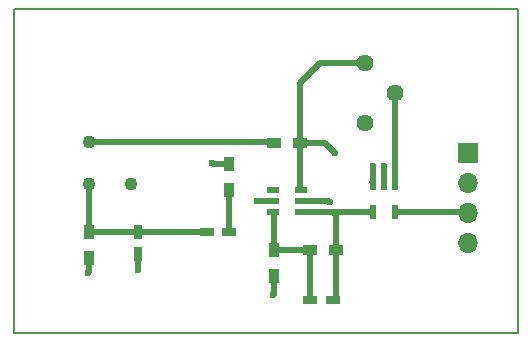
<source format=gbr>
%TF.GenerationSoftware,KiCad,Pcbnew,4.0.7*%
%TF.CreationDate,2018-05-12T14:18:48+02:00*%
%TF.ProjectId,nestbox,6E657374626F782E6B696361645F7063,rev?*%
%TF.FileFunction,Copper,L1,Top,Signal*%
%FSLAX46Y46*%
G04 Gerber Fmt 4.6, Leading zero omitted, Abs format (unit mm)*
G04 Created by KiCad (PCBNEW 4.0.7) date 05/12/18 14:18:48*
%MOMM*%
%LPD*%
G01*
G04 APERTURE LIST*
%ADD10C,0.150000*%
%ADD11R,0.590000X1.210000*%
%ADD12R,0.990600X0.609600*%
%ADD13R,0.750000X1.200000*%
%ADD14R,1.200000X0.750000*%
%ADD15R,1.700000X1.700000*%
%ADD16O,1.700000X1.700000*%
%ADD17C,1.100000*%
%ADD18R,1.200000X0.900000*%
%ADD19R,0.900000X1.200000*%
%ADD20C,1.440000*%
%ADD21C,0.600000*%
%ADD22C,0.500000*%
G04 APERTURE END LIST*
D10*
X155150000Y-121050000D02*
X156500000Y-121050000D01*
X156500000Y-93600000D02*
X156500000Y-121050000D01*
X113775000Y-93600000D02*
X156525000Y-93600000D01*
X113775000Y-121050000D02*
X113775000Y-93600000D01*
X155175000Y-121050000D02*
X113775000Y-121050000D01*
D11*
X146100000Y-108320000D03*
X145150000Y-108320000D03*
X144200000Y-108320000D03*
X144200000Y-110830000D03*
X146100000Y-110830000D03*
D12*
X135764220Y-108960200D03*
X135764220Y-109900000D03*
X135764220Y-110839800D03*
X138085780Y-110839800D03*
X138085780Y-109900000D03*
X138085780Y-108960200D03*
D13*
X124325000Y-112500000D03*
X124325000Y-114400000D03*
D14*
X132050000Y-112500000D03*
X130150000Y-112500000D03*
X140800000Y-118300000D03*
X138900000Y-118300000D03*
D15*
X152275000Y-105775000D03*
D16*
X152275000Y-108315000D03*
X152275000Y-110855000D03*
X152275000Y-113395000D03*
D17*
X120123950Y-104883950D03*
X120123950Y-108476050D03*
X123716050Y-108476050D03*
D18*
X138050000Y-104925000D03*
X135850000Y-104925000D03*
D19*
X120125000Y-112500000D03*
X120125000Y-114700000D03*
X132050000Y-108975000D03*
X132050000Y-106775000D03*
X135800000Y-114050000D03*
X135800000Y-116250000D03*
D18*
X141100000Y-114050000D03*
X138900000Y-114050000D03*
D20*
X143525000Y-98225000D03*
X146065000Y-100765000D03*
X143525000Y-103305000D03*
D21*
X145150000Y-106900000D03*
X144225000Y-106900000D03*
X130600000Y-106675000D03*
X134375000Y-109850000D03*
X120050000Y-116000000D03*
X124325000Y-115725000D03*
X135775000Y-117875000D03*
X140550000Y-109950000D03*
X141025000Y-105800000D03*
D22*
X132050000Y-112500000D02*
X132050000Y-108975000D01*
X145150000Y-108320000D02*
X145150000Y-106900000D01*
X144200000Y-108320000D02*
X144200000Y-106925000D01*
X144200000Y-106925000D02*
X144225000Y-106900000D01*
X144200000Y-108320000D02*
X144155000Y-108275000D01*
X132050000Y-106775000D02*
X130700000Y-106775000D01*
X130700000Y-106775000D02*
X130600000Y-106675000D01*
X135764220Y-109900000D02*
X134425000Y-109900000D01*
X134425000Y-109900000D02*
X134375000Y-109850000D01*
X120125000Y-114700000D02*
X120125000Y-115925000D01*
X120125000Y-115925000D02*
X120050000Y-116000000D01*
X124325000Y-114400000D02*
X124325000Y-115725000D01*
X135800000Y-116250000D02*
X135800000Y-117850000D01*
X135800000Y-117850000D02*
X135775000Y-117875000D01*
X135800000Y-114050000D02*
X135800000Y-110875580D01*
X135800000Y-110875580D02*
X135764220Y-110839800D01*
X138900000Y-114050000D02*
X135800000Y-114050000D01*
X138900000Y-118300000D02*
X138900000Y-114050000D01*
X141100000Y-114050000D02*
X141100000Y-118000000D01*
X141100000Y-118000000D02*
X140800000Y-118300000D01*
X141100000Y-114050000D02*
X141100000Y-111125000D01*
X141100000Y-111125000D02*
X140805000Y-110830000D01*
X144200000Y-110830000D02*
X140805000Y-110830000D01*
X140805000Y-110830000D02*
X138095580Y-110830000D01*
X138095580Y-110830000D02*
X138085780Y-110839800D01*
X140500000Y-109900000D02*
X138085780Y-109900000D01*
X140550000Y-109950000D02*
X140500000Y-109900000D01*
X143525000Y-98225000D02*
X139750000Y-98225000D01*
X138050000Y-99925000D02*
X138050000Y-104925000D01*
X139750000Y-98225000D02*
X138050000Y-99925000D01*
X140150000Y-104925000D02*
X138050000Y-104925000D01*
X141025000Y-105800000D02*
X140150000Y-104925000D01*
X138050000Y-104925000D02*
X138050000Y-108924420D01*
X138050000Y-108924420D02*
X138085780Y-108960200D01*
X124325000Y-112500000D02*
X130150000Y-112500000D01*
X120125000Y-112500000D02*
X124325000Y-112500000D01*
X120123950Y-108476050D02*
X120123950Y-112498950D01*
X120123950Y-112498950D02*
X120125000Y-112500000D01*
X146100000Y-110830000D02*
X152250000Y-110830000D01*
X152250000Y-110830000D02*
X152275000Y-110855000D01*
X120123950Y-104883950D02*
X135808950Y-104883950D01*
X135808950Y-104883950D02*
X135850000Y-104925000D01*
X146065000Y-100765000D02*
X146065000Y-108285000D01*
X146065000Y-108285000D02*
X146100000Y-108320000D01*
M02*

</source>
